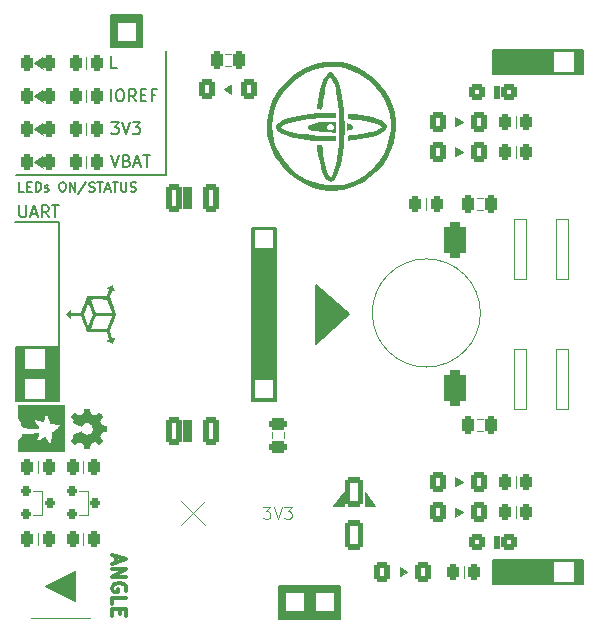
<source format=gbr>
%TF.GenerationSoftware,KiCad,Pcbnew,7.0.1*%
%TF.CreationDate,2023-05-06T15:11:30-03:00*%
%TF.ProjectId,Self_Balancing,53656c66-5f42-4616-9c61-6e63696e672e,rev?*%
%TF.SameCoordinates,Original*%
%TF.FileFunction,Legend,Top*%
%TF.FilePolarity,Positive*%
%FSLAX46Y46*%
G04 Gerber Fmt 4.6, Leading zero omitted, Abs format (unit mm)*
G04 Created by KiCad (PCBNEW 7.0.1) date 2023-05-06 15:11:30*
%MOMM*%
%LPD*%
G01*
G04 APERTURE LIST*
G04 Aperture macros list*
%AMRoundRect*
0 Rectangle with rounded corners*
0 $1 Rounding radius*
0 $2 $3 $4 $5 $6 $7 $8 $9 X,Y pos of 4 corners*
0 Add a 4 corners polygon primitive as box body*
4,1,4,$2,$3,$4,$5,$6,$7,$8,$9,$2,$3,0*
0 Add four circle primitives for the rounded corners*
1,1,$1+$1,$2,$3*
1,1,$1+$1,$4,$5*
1,1,$1+$1,$6,$7*
1,1,$1+$1,$8,$9*
0 Add four rect primitives between the rounded corners*
20,1,$1+$1,$2,$3,$4,$5,0*
20,1,$1+$1,$4,$5,$6,$7,0*
20,1,$1+$1,$6,$7,$8,$9,0*
20,1,$1+$1,$8,$9,$2,$3,0*%
G04 Aperture macros list end*
%ADD10C,0.150000*%
%ADD11C,0.200000*%
%ADD12C,0.300000*%
%ADD13C,0.100000*%
%ADD14C,0.120000*%
%ADD15RoundRect,0.250000X0.262500X0.450000X-0.262500X0.450000X-0.262500X-0.450000X0.262500X-0.450000X0*%
%ADD16RoundRect,0.250000X-0.400000X-0.600000X0.400000X-0.600000X0.400000X0.600000X-0.400000X0.600000X0*%
%ADD17C,1.600000*%
%ADD18R,1.600000X1.600000*%
%ADD19RoundRect,0.250000X-0.262500X-0.450000X0.262500X-0.450000X0.262500X0.450000X-0.262500X0.450000X0*%
%ADD20RoundRect,0.200000X-0.250000X-0.200000X0.250000X-0.200000X0.250000X0.200000X-0.250000X0.200000X0*%
%ADD21C,1.524000*%
%ADD22R,1.524000X1.524000*%
%ADD23RoundRect,0.250000X0.475000X-0.250000X0.475000X0.250000X-0.475000X0.250000X-0.475000X-0.250000X0*%
%ADD24O,1.700000X1.700000*%
%ADD25R,1.700000X1.700000*%
%ADD26RoundRect,0.250000X-0.412500X-0.925000X0.412500X-0.925000X0.412500X0.925000X-0.412500X0.925000X0*%
%ADD27RoundRect,0.250000X0.400000X0.600000X-0.400000X0.600000X-0.400000X-0.600000X0.400000X-0.600000X0*%
%ADD28RoundRect,0.250000X0.250000X0.475000X-0.250000X0.475000X-0.250000X-0.475000X0.250000X-0.475000X0*%
%ADD29R,2.000000X1.100000*%
%ADD30RoundRect,0.250000X0.450000X0.425000X-0.450000X0.425000X-0.450000X-0.425000X0.450000X-0.425000X0*%
%ADD31O,1.850000X3.048000*%
%ADD32RoundRect,0.462500X0.462500X-1.061500X0.462500X1.061500X-0.462500X1.061500X-0.462500X-1.061500X0*%
%ADD33RoundRect,0.250000X0.550000X-1.050000X0.550000X1.050000X-0.550000X1.050000X-0.550000X-1.050000X0*%
%ADD34O,1.600000X1.600000*%
%ADD35RoundRect,0.250000X-0.250000X-0.475000X0.250000X-0.475000X0.250000X0.475000X-0.250000X0.475000X0*%
%ADD36RoundRect,0.243750X-0.243750X-0.456250X0.243750X-0.456250X0.243750X0.456250X-0.243750X0.456250X0*%
%ADD37R,3.000000X3.342000*%
%ADD38R,3.000000X3.469000*%
%ADD39R,1.500000X2.000000*%
%ADD40R,3.800000X2.000000*%
G04 APERTURE END LIST*
D10*
X138350000Y-77200000D02*
X140950000Y-77200000D01*
X140950000Y-79900000D01*
X138350000Y-79900000D01*
X138350000Y-77200000D01*
G36*
X138350000Y-77200000D02*
G01*
X140950000Y-77200000D01*
X140950000Y-79900000D01*
X138350000Y-79900000D01*
X138350000Y-77200000D01*
G37*
D11*
X143000000Y-90750000D02*
X130300000Y-90750000D01*
D10*
X158500000Y-102500000D02*
X155700000Y-105000000D01*
X155700000Y-100000000D01*
X158500000Y-102500000D01*
G36*
X158500000Y-102500000D02*
G01*
X155700000Y-105000000D01*
X155700000Y-100000000D01*
X158500000Y-102500000D01*
G37*
D11*
X143000000Y-80250000D02*
X143000000Y-90750000D01*
D10*
X152600000Y-125550000D02*
X157750000Y-125550000D01*
X157750000Y-128300000D01*
X152600000Y-128300000D01*
X152600000Y-125550000D01*
G36*
X152600000Y-125550000D02*
G01*
X157750000Y-125550000D01*
X157750000Y-128300000D01*
X152600000Y-128300000D01*
X152600000Y-125550000D01*
G37*
X130300000Y-105249200D02*
X133962800Y-105249200D01*
X133962800Y-109875400D01*
X130300000Y-109875400D01*
X130300000Y-105249200D01*
G36*
X130300000Y-105249200D02*
G01*
X133962800Y-105249200D01*
X133962800Y-109875400D01*
X130300000Y-109875400D01*
X130300000Y-105249200D01*
G37*
X170649000Y-123300000D02*
X178300000Y-123300000D01*
X178300000Y-125350000D01*
X170649000Y-125350000D01*
X170649000Y-123300000D01*
G36*
X170649000Y-123300000D02*
G01*
X178300000Y-123300000D01*
X178300000Y-125350000D01*
X170649000Y-125350000D01*
X170649000Y-123300000D01*
G37*
D11*
X133950000Y-109850000D02*
X133950000Y-94700000D01*
D10*
X170649000Y-80125000D02*
X178300000Y-80125000D01*
X178300000Y-82175000D01*
X170649000Y-82175000D01*
X170649000Y-80125000D01*
G36*
X170649000Y-80125000D02*
G01*
X178300000Y-80125000D01*
X178300000Y-82175000D01*
X170649000Y-82175000D01*
X170649000Y-80125000D01*
G37*
X150300000Y-95200000D02*
X152300000Y-95200000D01*
X152300000Y-109850000D01*
X150300000Y-109850000D01*
X150300000Y-95200000D01*
G36*
X150300000Y-95200000D02*
G01*
X152300000Y-95200000D01*
X152300000Y-109850000D01*
X150300000Y-109850000D01*
X150300000Y-95200000D01*
G37*
D11*
X130250000Y-94700000D02*
X133950000Y-94700000D01*
D12*
X138787714Y-122957143D02*
X138787714Y-123528572D01*
X138444857Y-122842857D02*
X139644857Y-123242857D01*
X139644857Y-123242857D02*
X138444857Y-123642857D01*
X138444857Y-124042857D02*
X139644857Y-124042857D01*
X139644857Y-124042857D02*
X138444857Y-124728571D01*
X138444857Y-124728571D02*
X139644857Y-124728571D01*
X139587714Y-125928571D02*
X139644857Y-125814286D01*
X139644857Y-125814286D02*
X139644857Y-125642857D01*
X139644857Y-125642857D02*
X139587714Y-125471428D01*
X139587714Y-125471428D02*
X139473428Y-125357143D01*
X139473428Y-125357143D02*
X139359142Y-125300000D01*
X139359142Y-125300000D02*
X139130571Y-125242857D01*
X139130571Y-125242857D02*
X138959142Y-125242857D01*
X138959142Y-125242857D02*
X138730571Y-125300000D01*
X138730571Y-125300000D02*
X138616285Y-125357143D01*
X138616285Y-125357143D02*
X138502000Y-125471428D01*
X138502000Y-125471428D02*
X138444857Y-125642857D01*
X138444857Y-125642857D02*
X138444857Y-125757143D01*
X138444857Y-125757143D02*
X138502000Y-125928571D01*
X138502000Y-125928571D02*
X138559142Y-125985714D01*
X138559142Y-125985714D02*
X138959142Y-125985714D01*
X138959142Y-125985714D02*
X138959142Y-125757143D01*
X138444857Y-127071428D02*
X138444857Y-126500000D01*
X138444857Y-126500000D02*
X139644857Y-126500000D01*
X139073428Y-127471429D02*
X139073428Y-127871429D01*
X138444857Y-128042857D02*
X138444857Y-127471429D01*
X138444857Y-127471429D02*
X139644857Y-127471429D01*
X139644857Y-127471429D02*
X139644857Y-128042857D01*
D11*
X130966666Y-92114895D02*
X130585714Y-92114895D01*
X130585714Y-92114895D02*
X130585714Y-91314895D01*
X131233333Y-91695847D02*
X131499999Y-91695847D01*
X131614285Y-92114895D02*
X131233333Y-92114895D01*
X131233333Y-92114895D02*
X131233333Y-91314895D01*
X131233333Y-91314895D02*
X131614285Y-91314895D01*
X131957143Y-92114895D02*
X131957143Y-91314895D01*
X131957143Y-91314895D02*
X132147619Y-91314895D01*
X132147619Y-91314895D02*
X132261905Y-91352990D01*
X132261905Y-91352990D02*
X132338095Y-91429180D01*
X132338095Y-91429180D02*
X132376190Y-91505371D01*
X132376190Y-91505371D02*
X132414286Y-91657752D01*
X132414286Y-91657752D02*
X132414286Y-91772038D01*
X132414286Y-91772038D02*
X132376190Y-91924419D01*
X132376190Y-91924419D02*
X132338095Y-92000609D01*
X132338095Y-92000609D02*
X132261905Y-92076800D01*
X132261905Y-92076800D02*
X132147619Y-92114895D01*
X132147619Y-92114895D02*
X131957143Y-92114895D01*
X132719047Y-92076800D02*
X132795238Y-92114895D01*
X132795238Y-92114895D02*
X132947619Y-92114895D01*
X132947619Y-92114895D02*
X133023809Y-92076800D01*
X133023809Y-92076800D02*
X133061905Y-92000609D01*
X133061905Y-92000609D02*
X133061905Y-91962514D01*
X133061905Y-91962514D02*
X133023809Y-91886323D01*
X133023809Y-91886323D02*
X132947619Y-91848228D01*
X132947619Y-91848228D02*
X132833333Y-91848228D01*
X132833333Y-91848228D02*
X132757143Y-91810133D01*
X132757143Y-91810133D02*
X132719047Y-91733942D01*
X132719047Y-91733942D02*
X132719047Y-91695847D01*
X132719047Y-91695847D02*
X132757143Y-91619657D01*
X132757143Y-91619657D02*
X132833333Y-91581561D01*
X132833333Y-91581561D02*
X132947619Y-91581561D01*
X132947619Y-91581561D02*
X133023809Y-91619657D01*
X134166667Y-91314895D02*
X134319048Y-91314895D01*
X134319048Y-91314895D02*
X134395238Y-91352990D01*
X134395238Y-91352990D02*
X134471429Y-91429180D01*
X134471429Y-91429180D02*
X134509524Y-91581561D01*
X134509524Y-91581561D02*
X134509524Y-91848228D01*
X134509524Y-91848228D02*
X134471429Y-92000609D01*
X134471429Y-92000609D02*
X134395238Y-92076800D01*
X134395238Y-92076800D02*
X134319048Y-92114895D01*
X134319048Y-92114895D02*
X134166667Y-92114895D01*
X134166667Y-92114895D02*
X134090476Y-92076800D01*
X134090476Y-92076800D02*
X134014286Y-92000609D01*
X134014286Y-92000609D02*
X133976190Y-91848228D01*
X133976190Y-91848228D02*
X133976190Y-91581561D01*
X133976190Y-91581561D02*
X134014286Y-91429180D01*
X134014286Y-91429180D02*
X134090476Y-91352990D01*
X134090476Y-91352990D02*
X134166667Y-91314895D01*
X134852381Y-92114895D02*
X134852381Y-91314895D01*
X134852381Y-91314895D02*
X135309524Y-92114895D01*
X135309524Y-92114895D02*
X135309524Y-91314895D01*
X136261904Y-91276800D02*
X135576190Y-92305371D01*
X136490475Y-92076800D02*
X136604761Y-92114895D01*
X136604761Y-92114895D02*
X136795237Y-92114895D01*
X136795237Y-92114895D02*
X136871428Y-92076800D01*
X136871428Y-92076800D02*
X136909523Y-92038704D01*
X136909523Y-92038704D02*
X136947618Y-91962514D01*
X136947618Y-91962514D02*
X136947618Y-91886323D01*
X136947618Y-91886323D02*
X136909523Y-91810133D01*
X136909523Y-91810133D02*
X136871428Y-91772038D01*
X136871428Y-91772038D02*
X136795237Y-91733942D01*
X136795237Y-91733942D02*
X136642856Y-91695847D01*
X136642856Y-91695847D02*
X136566666Y-91657752D01*
X136566666Y-91657752D02*
X136528571Y-91619657D01*
X136528571Y-91619657D02*
X136490475Y-91543466D01*
X136490475Y-91543466D02*
X136490475Y-91467276D01*
X136490475Y-91467276D02*
X136528571Y-91391085D01*
X136528571Y-91391085D02*
X136566666Y-91352990D01*
X136566666Y-91352990D02*
X136642856Y-91314895D01*
X136642856Y-91314895D02*
X136833333Y-91314895D01*
X136833333Y-91314895D02*
X136947618Y-91352990D01*
X137176190Y-91314895D02*
X137633333Y-91314895D01*
X137404761Y-92114895D02*
X137404761Y-91314895D01*
X137861904Y-91886323D02*
X138242857Y-91886323D01*
X137785714Y-92114895D02*
X138052381Y-91314895D01*
X138052381Y-91314895D02*
X138319047Y-92114895D01*
X138471428Y-91314895D02*
X138928571Y-91314895D01*
X138699999Y-92114895D02*
X138699999Y-91314895D01*
X139195238Y-91314895D02*
X139195238Y-91962514D01*
X139195238Y-91962514D02*
X139233333Y-92038704D01*
X139233333Y-92038704D02*
X139271428Y-92076800D01*
X139271428Y-92076800D02*
X139347619Y-92114895D01*
X139347619Y-92114895D02*
X139500000Y-92114895D01*
X139500000Y-92114895D02*
X139576190Y-92076800D01*
X139576190Y-92076800D02*
X139614285Y-92038704D01*
X139614285Y-92038704D02*
X139652381Y-91962514D01*
X139652381Y-91962514D02*
X139652381Y-91314895D01*
X139995237Y-92076800D02*
X140109523Y-92114895D01*
X140109523Y-92114895D02*
X140299999Y-92114895D01*
X140299999Y-92114895D02*
X140376190Y-92076800D01*
X140376190Y-92076800D02*
X140414285Y-92038704D01*
X140414285Y-92038704D02*
X140452380Y-91962514D01*
X140452380Y-91962514D02*
X140452380Y-91886323D01*
X140452380Y-91886323D02*
X140414285Y-91810133D01*
X140414285Y-91810133D02*
X140376190Y-91772038D01*
X140376190Y-91772038D02*
X140299999Y-91733942D01*
X140299999Y-91733942D02*
X140147618Y-91695847D01*
X140147618Y-91695847D02*
X140071428Y-91657752D01*
X140071428Y-91657752D02*
X140033333Y-91619657D01*
X140033333Y-91619657D02*
X139995237Y-91543466D01*
X139995237Y-91543466D02*
X139995237Y-91467276D01*
X139995237Y-91467276D02*
X140033333Y-91391085D01*
X140033333Y-91391085D02*
X140071428Y-91352990D01*
X140071428Y-91352990D02*
X140147618Y-91314895D01*
X140147618Y-91314895D02*
X140338095Y-91314895D01*
X140338095Y-91314895D02*
X140452380Y-91352990D01*
X138361905Y-86262619D02*
X138980952Y-86262619D01*
X138980952Y-86262619D02*
X138647619Y-86643571D01*
X138647619Y-86643571D02*
X138790476Y-86643571D01*
X138790476Y-86643571D02*
X138885714Y-86691190D01*
X138885714Y-86691190D02*
X138933333Y-86738809D01*
X138933333Y-86738809D02*
X138980952Y-86834047D01*
X138980952Y-86834047D02*
X138980952Y-87072142D01*
X138980952Y-87072142D02*
X138933333Y-87167380D01*
X138933333Y-87167380D02*
X138885714Y-87215000D01*
X138885714Y-87215000D02*
X138790476Y-87262619D01*
X138790476Y-87262619D02*
X138504762Y-87262619D01*
X138504762Y-87262619D02*
X138409524Y-87215000D01*
X138409524Y-87215000D02*
X138361905Y-87167380D01*
X139266667Y-86262619D02*
X139600000Y-87262619D01*
X139600000Y-87262619D02*
X139933333Y-86262619D01*
X140171429Y-86262619D02*
X140790476Y-86262619D01*
X140790476Y-86262619D02*
X140457143Y-86643571D01*
X140457143Y-86643571D02*
X140600000Y-86643571D01*
X140600000Y-86643571D02*
X140695238Y-86691190D01*
X140695238Y-86691190D02*
X140742857Y-86738809D01*
X140742857Y-86738809D02*
X140790476Y-86834047D01*
X140790476Y-86834047D02*
X140790476Y-87072142D01*
X140790476Y-87072142D02*
X140742857Y-87167380D01*
X140742857Y-87167380D02*
X140695238Y-87215000D01*
X140695238Y-87215000D02*
X140600000Y-87262619D01*
X140600000Y-87262619D02*
X140314286Y-87262619D01*
X140314286Y-87262619D02*
X140219048Y-87215000D01*
X140219048Y-87215000D02*
X140171429Y-87167380D01*
X138809523Y-81662619D02*
X138333333Y-81662619D01*
X138333333Y-81662619D02*
X138333333Y-80662619D01*
X138345238Y-84462619D02*
X138345238Y-83462619D01*
X139011904Y-83462619D02*
X139202380Y-83462619D01*
X139202380Y-83462619D02*
X139297618Y-83510238D01*
X139297618Y-83510238D02*
X139392856Y-83605476D01*
X139392856Y-83605476D02*
X139440475Y-83795952D01*
X139440475Y-83795952D02*
X139440475Y-84129285D01*
X139440475Y-84129285D02*
X139392856Y-84319761D01*
X139392856Y-84319761D02*
X139297618Y-84415000D01*
X139297618Y-84415000D02*
X139202380Y-84462619D01*
X139202380Y-84462619D02*
X139011904Y-84462619D01*
X139011904Y-84462619D02*
X138916666Y-84415000D01*
X138916666Y-84415000D02*
X138821428Y-84319761D01*
X138821428Y-84319761D02*
X138773809Y-84129285D01*
X138773809Y-84129285D02*
X138773809Y-83795952D01*
X138773809Y-83795952D02*
X138821428Y-83605476D01*
X138821428Y-83605476D02*
X138916666Y-83510238D01*
X138916666Y-83510238D02*
X139011904Y-83462619D01*
X140440475Y-84462619D02*
X140107142Y-83986428D01*
X139869047Y-84462619D02*
X139869047Y-83462619D01*
X139869047Y-83462619D02*
X140249999Y-83462619D01*
X140249999Y-83462619D02*
X140345237Y-83510238D01*
X140345237Y-83510238D02*
X140392856Y-83557857D01*
X140392856Y-83557857D02*
X140440475Y-83653095D01*
X140440475Y-83653095D02*
X140440475Y-83795952D01*
X140440475Y-83795952D02*
X140392856Y-83891190D01*
X140392856Y-83891190D02*
X140345237Y-83938809D01*
X140345237Y-83938809D02*
X140249999Y-83986428D01*
X140249999Y-83986428D02*
X139869047Y-83986428D01*
X140869047Y-83938809D02*
X141202380Y-83938809D01*
X141345237Y-84462619D02*
X140869047Y-84462619D01*
X140869047Y-84462619D02*
X140869047Y-83462619D01*
X140869047Y-83462619D02*
X141345237Y-83462619D01*
X142107142Y-83938809D02*
X141773809Y-83938809D01*
X141773809Y-84462619D02*
X141773809Y-83462619D01*
X141773809Y-83462619D02*
X142249999Y-83462619D01*
X138357143Y-89012619D02*
X138690476Y-90012619D01*
X138690476Y-90012619D02*
X139023809Y-89012619D01*
X139690476Y-89488809D02*
X139833333Y-89536428D01*
X139833333Y-89536428D02*
X139880952Y-89584047D01*
X139880952Y-89584047D02*
X139928571Y-89679285D01*
X139928571Y-89679285D02*
X139928571Y-89822142D01*
X139928571Y-89822142D02*
X139880952Y-89917380D01*
X139880952Y-89917380D02*
X139833333Y-89965000D01*
X139833333Y-89965000D02*
X139738095Y-90012619D01*
X139738095Y-90012619D02*
X139357143Y-90012619D01*
X139357143Y-90012619D02*
X139357143Y-89012619D01*
X139357143Y-89012619D02*
X139690476Y-89012619D01*
X139690476Y-89012619D02*
X139785714Y-89060238D01*
X139785714Y-89060238D02*
X139833333Y-89107857D01*
X139833333Y-89107857D02*
X139880952Y-89203095D01*
X139880952Y-89203095D02*
X139880952Y-89298333D01*
X139880952Y-89298333D02*
X139833333Y-89393571D01*
X139833333Y-89393571D02*
X139785714Y-89441190D01*
X139785714Y-89441190D02*
X139690476Y-89488809D01*
X139690476Y-89488809D02*
X139357143Y-89488809D01*
X140309524Y-89726904D02*
X140785714Y-89726904D01*
X140214286Y-90012619D02*
X140547619Y-89012619D01*
X140547619Y-89012619D02*
X140880952Y-90012619D01*
X141071429Y-89012619D02*
X141642857Y-89012619D01*
X141357143Y-90012619D02*
X141357143Y-89012619D01*
X130588095Y-93290219D02*
X130588095Y-94099742D01*
X130588095Y-94099742D02*
X130635714Y-94194980D01*
X130635714Y-94194980D02*
X130683333Y-94242600D01*
X130683333Y-94242600D02*
X130778571Y-94290219D01*
X130778571Y-94290219D02*
X130969047Y-94290219D01*
X130969047Y-94290219D02*
X131064285Y-94242600D01*
X131064285Y-94242600D02*
X131111904Y-94194980D01*
X131111904Y-94194980D02*
X131159523Y-94099742D01*
X131159523Y-94099742D02*
X131159523Y-93290219D01*
X131588095Y-94004504D02*
X132064285Y-94004504D01*
X131492857Y-94290219D02*
X131826190Y-93290219D01*
X131826190Y-93290219D02*
X132159523Y-94290219D01*
X133064285Y-94290219D02*
X132730952Y-93814028D01*
X132492857Y-94290219D02*
X132492857Y-93290219D01*
X132492857Y-93290219D02*
X132873809Y-93290219D01*
X132873809Y-93290219D02*
X132969047Y-93337838D01*
X132969047Y-93337838D02*
X133016666Y-93385457D01*
X133016666Y-93385457D02*
X133064285Y-93480695D01*
X133064285Y-93480695D02*
X133064285Y-93623552D01*
X133064285Y-93623552D02*
X133016666Y-93718790D01*
X133016666Y-93718790D02*
X132969047Y-93766409D01*
X132969047Y-93766409D02*
X132873809Y-93814028D01*
X132873809Y-93814028D02*
X132492857Y-93814028D01*
X133350000Y-93290219D02*
X133921428Y-93290219D01*
X133635714Y-94290219D02*
X133635714Y-93290219D01*
D13*
%TO.C,U1*%
X151211905Y-118812619D02*
X151830952Y-118812619D01*
X151830952Y-118812619D02*
X151497619Y-119193571D01*
X151497619Y-119193571D02*
X151640476Y-119193571D01*
X151640476Y-119193571D02*
X151735714Y-119241190D01*
X151735714Y-119241190D02*
X151783333Y-119288809D01*
X151783333Y-119288809D02*
X151830952Y-119384047D01*
X151830952Y-119384047D02*
X151830952Y-119622142D01*
X151830952Y-119622142D02*
X151783333Y-119717380D01*
X151783333Y-119717380D02*
X151735714Y-119765000D01*
X151735714Y-119765000D02*
X151640476Y-119812619D01*
X151640476Y-119812619D02*
X151354762Y-119812619D01*
X151354762Y-119812619D02*
X151259524Y-119765000D01*
X151259524Y-119765000D02*
X151211905Y-119717380D01*
X152116667Y-118812619D02*
X152450000Y-119812619D01*
X152450000Y-119812619D02*
X152783333Y-118812619D01*
X153021429Y-118812619D02*
X153640476Y-118812619D01*
X153640476Y-118812619D02*
X153307143Y-119193571D01*
X153307143Y-119193571D02*
X153450000Y-119193571D01*
X153450000Y-119193571D02*
X153545238Y-119241190D01*
X153545238Y-119241190D02*
X153592857Y-119288809D01*
X153592857Y-119288809D02*
X153640476Y-119384047D01*
X153640476Y-119384047D02*
X153640476Y-119622142D01*
X153640476Y-119622142D02*
X153592857Y-119717380D01*
X153592857Y-119717380D02*
X153545238Y-119765000D01*
X153545238Y-119765000D02*
X153450000Y-119812619D01*
X153450000Y-119812619D02*
X153164286Y-119812619D01*
X153164286Y-119812619D02*
X153069048Y-119765000D01*
X153069048Y-119765000D02*
X153021429Y-119717380D01*
%TO.C,R19*%
X136000000Y-115908000D02*
X136000000Y-114892000D01*
%TO.C,D2*%
X148504000Y-83831000D02*
X147869000Y-83450000D01*
X148504000Y-83069000D01*
X148504000Y-83831000D01*
G36*
X148504000Y-83831000D02*
G01*
X147869000Y-83450000D01*
X148504000Y-83069000D01*
X148504000Y-83831000D01*
G37*
%TO.C,R2*%
X172492000Y-99540000D02*
X173508000Y-99540000D01*
X173508000Y-99540000D02*
X173508000Y-94460000D01*
X173508000Y-94460000D02*
X172492000Y-94460000D01*
X172492000Y-94460000D02*
X172492000Y-99540000D01*
%TO.C,R16*%
X172600000Y-85692000D02*
X172600000Y-86708000D01*
%TO.C,Q1*%
X131769000Y-117434000D02*
X132531000Y-117434000D01*
X132531000Y-117434000D02*
X132531000Y-119466000D01*
X132531000Y-119466000D02*
X131769000Y-119466000D01*
%TO.C,R9*%
X165000000Y-93708000D02*
X165000000Y-92692000D01*
D14*
%TO.C,C5*%
X151942000Y-113011252D02*
X151942000Y-112488748D01*
X152958000Y-113011252D02*
X152958000Y-112488748D01*
D13*
%TO.C,C12*%
X144475500Y-91761000D02*
X145110500Y-91761000D01*
X145110500Y-91761000D02*
X145110500Y-93539000D01*
X145110500Y-93539000D02*
X144475500Y-93539000D01*
X144475500Y-93539000D02*
X144475500Y-91761000D01*
G36*
X144475500Y-91761000D02*
G01*
X145110500Y-91761000D01*
X145110500Y-93539000D01*
X144475500Y-93539000D01*
X144475500Y-91761000D01*
G37*
%TO.C,G\u002A\u002A\u002A*%
G36*
X158381564Y-86345200D02*
G01*
X158489187Y-86383265D01*
X158574024Y-86415490D01*
X158757981Y-86504694D01*
X158855736Y-86594853D01*
X158867290Y-86685007D01*
X158792647Y-86774197D01*
X158631811Y-86861461D01*
X158572582Y-86884951D01*
X158441729Y-86932746D01*
X158346955Y-86965190D01*
X158313663Y-86974363D01*
X158304129Y-86934757D01*
X158297076Y-86829989D01*
X158293805Y-86681139D01*
X158293718Y-86650934D01*
X158297673Y-86496677D01*
X158308136Y-86382991D01*
X158323003Y-86330775D01*
X158326061Y-86329521D01*
X158381564Y-86345200D01*
G37*
G36*
X157387336Y-86612803D02*
G01*
X157388116Y-86686300D01*
X157388116Y-87116969D01*
X156687352Y-87089033D01*
X156201701Y-87059537D01*
X155794673Y-87013068D01*
X155467609Y-86949932D01*
X155221853Y-86870432D01*
X155058749Y-86774871D01*
X155001436Y-86709546D01*
X156637962Y-86709546D01*
X156695311Y-86839933D01*
X156758493Y-86898236D01*
X156866114Y-86929009D01*
X157001170Y-86919637D01*
X157117421Y-86874811D01*
X157136757Y-86859870D01*
X157199713Y-86751448D01*
X157210756Y-86612803D01*
X157169170Y-86483118D01*
X157144250Y-86449491D01*
X157040447Y-86389311D01*
X156904084Y-86372707D01*
X156776425Y-86401053D01*
X156725600Y-86435570D01*
X156647391Y-86565383D01*
X156637962Y-86709546D01*
X155001436Y-86709546D01*
X154999521Y-86707363D01*
X154987704Y-86618138D01*
X155056996Y-86530419D01*
X155202269Y-86446883D01*
X155418392Y-86370208D01*
X155700236Y-86303071D01*
X155814092Y-86282214D01*
X155958960Y-86262973D01*
X156149785Y-86245384D01*
X156369717Y-86230112D01*
X156601905Y-86217817D01*
X156829497Y-86209164D01*
X157035643Y-86204813D01*
X157203492Y-86205429D01*
X157316193Y-86211673D01*
X157355773Y-86221596D01*
X157369468Y-86276770D01*
X157380289Y-86397939D01*
X157386828Y-86564865D01*
X157387336Y-86612803D01*
G37*
G36*
X158560989Y-85513817D02*
G01*
X158678019Y-85521752D01*
X158843154Y-85536877D01*
X159005263Y-85554205D01*
X159556974Y-85629638D01*
X160053536Y-85721756D01*
X160491729Y-85828800D01*
X160868332Y-85949008D01*
X161180124Y-86080622D01*
X161423885Y-86221882D01*
X161596394Y-86371026D01*
X161694430Y-86526297D01*
X161714772Y-86685932D01*
X161654201Y-86848173D01*
X161568981Y-86955157D01*
X161379145Y-87105464D01*
X161112341Y-87248321D01*
X160777719Y-87381062D01*
X160384426Y-87501019D01*
X159941612Y-87605523D01*
X159458424Y-87691906D01*
X158944011Y-87757501D01*
X158757301Y-87775138D01*
X158423090Y-87803851D01*
X158423090Y-87587779D01*
X158431795Y-87445628D01*
X158470175Y-87364658D01*
X158556633Y-87328089D01*
X158709569Y-87319143D01*
X158717704Y-87319121D01*
X158865820Y-87310509D01*
X159077871Y-87287162D01*
X159333438Y-87252325D01*
X159612104Y-87209248D01*
X159893451Y-87161175D01*
X160157060Y-87111356D01*
X160382514Y-87063036D01*
X160481658Y-87038592D01*
X160802462Y-86944034D01*
X161037598Y-86851907D01*
X161187599Y-86761831D01*
X161253002Y-86673430D01*
X161234338Y-86586326D01*
X161188446Y-86538844D01*
X161043967Y-86453646D01*
X160825039Y-86367302D01*
X160543372Y-86282621D01*
X160210673Y-86202414D01*
X159838652Y-86129488D01*
X159439016Y-86066654D01*
X159023475Y-86016720D01*
X159004246Y-86014788D01*
X158444652Y-85959032D01*
X158431617Y-85733591D01*
X158418583Y-85508150D01*
X158560989Y-85513817D01*
G37*
G36*
X157388116Y-85674326D02*
G01*
X157388116Y-85896265D01*
X156895621Y-85896265D01*
X156420324Y-85903890D01*
X155942831Y-85925821D01*
X155470917Y-85960638D01*
X155012362Y-86006924D01*
X154574941Y-86063260D01*
X154166434Y-86128229D01*
X153794618Y-86200412D01*
X153467269Y-86278390D01*
X153192167Y-86360747D01*
X152977087Y-86446063D01*
X152829809Y-86532920D01*
X152758109Y-86619901D01*
X152752292Y-86651775D01*
X152792732Y-86725284D01*
X152906179Y-86808561D01*
X153080822Y-86895726D01*
X153304852Y-86980899D01*
X153566460Y-87058201D01*
X153570795Y-87059318D01*
X153925159Y-87137620D01*
X154347066Y-87209544D01*
X154817926Y-87273136D01*
X155319149Y-87326439D01*
X155832144Y-87367499D01*
X156338320Y-87394362D01*
X156819086Y-87405072D01*
X156859847Y-87405176D01*
X157388116Y-87405603D01*
X157388116Y-87621223D01*
X157388116Y-87836842D01*
X156665790Y-87836397D01*
X156058488Y-87824365D01*
X155474496Y-87790081D01*
X154919986Y-87735125D01*
X154401135Y-87661075D01*
X153924117Y-87569510D01*
X153495107Y-87462010D01*
X153120280Y-87340153D01*
X152805811Y-87205519D01*
X152557875Y-87059687D01*
X152382646Y-86904236D01*
X152286301Y-86740744D01*
X152278764Y-86714540D01*
X152286572Y-86572841D01*
X152372970Y-86425114D01*
X152531069Y-86276793D01*
X152753975Y-86133310D01*
X153034797Y-86000098D01*
X153312903Y-85899314D01*
X153748780Y-85774573D01*
X154203128Y-85674014D01*
X154689697Y-85595743D01*
X155222236Y-85537862D01*
X155814492Y-85498474D01*
X156363922Y-85478400D01*
X157388116Y-85452387D01*
X157388116Y-85674326D01*
G37*
G36*
X157024947Y-82026498D02*
G01*
X157110958Y-82071297D01*
X157210327Y-82165460D01*
X157253667Y-82213636D01*
X157417082Y-82448530D01*
X157565700Y-82760235D01*
X157698639Y-83140446D01*
X157815013Y-83580856D01*
X157913940Y-84073158D01*
X157994536Y-84609046D01*
X158055916Y-85180213D01*
X158097198Y-85778353D01*
X158117498Y-86395158D01*
X158115932Y-87022324D01*
X158091616Y-87651543D01*
X158043666Y-88274508D01*
X157971199Y-88882913D01*
X157966607Y-88914941D01*
X157884986Y-89394772D01*
X157785947Y-89834742D01*
X157672246Y-90228511D01*
X157546638Y-90569744D01*
X157411882Y-90852103D01*
X157270732Y-91069252D01*
X157125946Y-91214854D01*
X156980279Y-91282570D01*
X156934958Y-91286757D01*
X156781085Y-91253207D01*
X156637380Y-91148934D01*
X156498158Y-90968508D01*
X156383064Y-90759328D01*
X156241865Y-90421335D01*
X156111906Y-90010860D01*
X155996427Y-89541301D01*
X155898674Y-89026051D01*
X155821887Y-88478507D01*
X155813899Y-88408234D01*
X155784061Y-88138710D01*
X156001961Y-88138710D01*
X156079193Y-88136317D01*
X156136564Y-88136498D01*
X156178506Y-88150295D01*
X156209446Y-88188748D01*
X156233814Y-88262899D01*
X156256040Y-88383789D01*
X156280554Y-88562459D01*
X156311785Y-88809950D01*
X156330673Y-88958065D01*
X156392638Y-89375217D01*
X156465489Y-89757763D01*
X156546600Y-90096805D01*
X156633349Y-90383447D01*
X156723109Y-90608792D01*
X156813257Y-90763942D01*
X156883220Y-90831148D01*
X156962763Y-90839586D01*
X157044037Y-90769230D01*
X157128641Y-90617813D01*
X157218175Y-90383071D01*
X157234170Y-90334189D01*
X157361249Y-89865415D01*
X157466738Y-89326408D01*
X157550247Y-88730538D01*
X157611384Y-88091174D01*
X157649759Y-87421687D01*
X157664981Y-86735445D01*
X157656659Y-86045819D01*
X157624401Y-85366177D01*
X157567817Y-84709890D01*
X157486515Y-84090327D01*
X157426808Y-83747488D01*
X157349737Y-83389730D01*
X157266333Y-83079430D01*
X157179506Y-82823701D01*
X157092166Y-82629654D01*
X157007223Y-82504403D01*
X156927587Y-82455060D01*
X156899135Y-82457752D01*
X156821305Y-82522868D01*
X156738571Y-82663993D01*
X156653911Y-82871251D01*
X156570301Y-83134762D01*
X156490719Y-83444651D01*
X156418142Y-83791039D01*
X156355547Y-84164048D01*
X156330673Y-84343803D01*
X156294571Y-84628634D01*
X156267334Y-84839285D01*
X156244587Y-84986799D01*
X156221955Y-85082223D01*
X156195065Y-85136602D01*
X156159544Y-85160981D01*
X156111016Y-85166404D01*
X156045108Y-85163918D01*
X156006195Y-85163158D01*
X155920026Y-85164019D01*
X155858670Y-85158661D01*
X155820017Y-85135170D01*
X155801953Y-85081634D01*
X155802366Y-84986140D01*
X155819144Y-84836774D01*
X155850175Y-84621624D01*
X155877500Y-84437373D01*
X155965865Y-83918947D01*
X156069843Y-83452572D01*
X156187361Y-83043043D01*
X156316343Y-82695153D01*
X156454714Y-82413697D01*
X156600399Y-82203467D01*
X156751323Y-82069259D01*
X156905412Y-82015866D01*
X156925960Y-82015110D01*
X157024947Y-82026498D01*
G37*
G36*
X162456084Y-86299705D02*
G01*
X162468722Y-86741812D01*
X162410628Y-87370766D01*
X162276369Y-87992286D01*
X162065890Y-88600279D01*
X161779135Y-89188655D01*
X161416048Y-89751324D01*
X160976576Y-90282196D01*
X160818257Y-90445905D01*
X160302153Y-90906632D01*
X159756466Y-91287990D01*
X159173945Y-91593917D01*
X158547338Y-91828349D01*
X158021678Y-91964459D01*
X157732954Y-92008674D01*
X157388909Y-92033778D01*
X157018309Y-92039853D01*
X156649917Y-92026983D01*
X156312499Y-91995249D01*
X156096144Y-91958923D01*
X155409853Y-91769414D01*
X154759988Y-91502123D01*
X154149859Y-91158909D01*
X153582777Y-90741627D01*
X153072508Y-90263165D01*
X152618250Y-89728448D01*
X152240736Y-89162745D01*
X151941628Y-88570310D01*
X151722584Y-87955398D01*
X151585265Y-87322263D01*
X151531330Y-86675161D01*
X151532909Y-86580773D01*
X151978988Y-86580773D01*
X152020276Y-87192235D01*
X152140825Y-87794495D01*
X152339324Y-88380940D01*
X152614462Y-88944957D01*
X152964927Y-89479934D01*
X153376417Y-89965703D01*
X153861376Y-90416027D01*
X154384660Y-90795701D01*
X154939414Y-91103400D01*
X155518784Y-91337799D01*
X156115917Y-91497571D01*
X156723957Y-91581392D01*
X157336052Y-91587935D01*
X157945346Y-91515875D01*
X158544987Y-91363887D01*
X159128119Y-91130646D01*
X159205060Y-91092933D01*
X159748234Y-90775192D01*
X160250901Y-90390410D01*
X160704677Y-89948056D01*
X161101179Y-89457601D01*
X161432025Y-88928513D01*
X161688831Y-88370263D01*
X161739617Y-88229782D01*
X161916067Y-87586801D01*
X162006985Y-86942142D01*
X162012606Y-86299705D01*
X161933160Y-85663392D01*
X161768880Y-85037103D01*
X161519999Y-84424741D01*
X161512134Y-84408489D01*
X161190530Y-83841038D01*
X160804911Y-83324454D01*
X160361985Y-82863662D01*
X159868463Y-82463589D01*
X159331054Y-82129161D01*
X158756467Y-81865305D01*
X158151413Y-81676946D01*
X157668421Y-81586381D01*
X157413907Y-81565742D01*
X157106632Y-81561632D01*
X156778226Y-81572776D01*
X156460319Y-81597897D01*
X156184540Y-81635720D01*
X156116513Y-81648978D01*
X155484459Y-81826019D01*
X154882512Y-82079201D01*
X154317717Y-82402719D01*
X153797124Y-82790765D01*
X153327777Y-83237534D01*
X152916726Y-83737220D01*
X152571017Y-84284017D01*
X152343798Y-84757306D01*
X152139438Y-85356696D01*
X152018271Y-85966723D01*
X151978988Y-86580773D01*
X151532909Y-86580773D01*
X151537145Y-86327504D01*
X151612757Y-85679033D01*
X151769692Y-85048453D01*
X152003867Y-84441632D01*
X152311197Y-83864441D01*
X152687601Y-83322749D01*
X153128994Y-82822426D01*
X153631293Y-82369342D01*
X154190415Y-81969367D01*
X154802277Y-81628369D01*
X154808166Y-81625510D01*
X155326963Y-81412737D01*
X155885485Y-81253567D01*
X156463478Y-81150943D01*
X157040691Y-81107805D01*
X157596870Y-81127094D01*
X157927165Y-81172590D01*
X158584097Y-81334834D01*
X159205736Y-81574853D01*
X159794027Y-81893661D01*
X160350915Y-82292273D01*
X160747398Y-82642538D01*
X161220912Y-83153006D01*
X161618648Y-83698673D01*
X161940551Y-84273448D01*
X162186565Y-84871239D01*
X162356635Y-85485957D01*
X162450705Y-86111512D01*
X162456084Y-86299705D01*
G37*
%TO.C,D7*%
X168131000Y-119250000D02*
X167496000Y-119631000D01*
X167496000Y-118869000D01*
X168131000Y-119250000D01*
G36*
X168131000Y-119250000D02*
G01*
X167496000Y-119631000D01*
X167496000Y-118869000D01*
X168131000Y-119250000D01*
G37*
%TO.C,D10*%
X168131000Y-88750000D02*
X167496000Y-89131000D01*
X167496000Y-88369000D01*
X168131000Y-88750000D01*
G36*
X168131000Y-88750000D02*
G01*
X167496000Y-89131000D01*
X167496000Y-88369000D01*
X168131000Y-88750000D01*
G37*
D14*
%TO.C,C2*%
X169811252Y-112358000D02*
X169288748Y-112358000D01*
X169811252Y-111342000D02*
X169288748Y-111342000D01*
%TO.C,D11*%
X136561200Y-128176000D02*
X131561200Y-128176000D01*
D13*
X135331200Y-126746000D02*
X132791200Y-125476000D01*
X135331200Y-124206000D01*
X135331200Y-126746000D01*
G36*
X135331200Y-126746000D02*
G01*
X132791200Y-125476000D01*
X135331200Y-124206000D01*
X135331200Y-126746000D01*
G37*
%TO.C,C10*%
X171158000Y-84158000D02*
X170777000Y-84158000D01*
X170777000Y-84158000D02*
X170777000Y-83142000D01*
X170777000Y-83142000D02*
X171158000Y-83142000D01*
X171158000Y-83142000D02*
X171158000Y-84158000D01*
G36*
X171158000Y-84158000D02*
G01*
X170777000Y-84158000D01*
X170777000Y-83142000D01*
X171158000Y-83142000D01*
X171158000Y-84158000D01*
G37*
D14*
%TO.C,SW1*%
X169619050Y-102390000D02*
G75*
G03*
X169619050Y-102390000I-4579050J0D01*
G01*
%TO.C,C3*%
D13*
X158061000Y-118715000D02*
X157172000Y-118715000D01*
X158061000Y-117572000D01*
X158061000Y-118715000D01*
G36*
X158061000Y-118715000D02*
G01*
X157172000Y-118715000D01*
X158061000Y-117572000D01*
X158061000Y-118715000D01*
G37*
X160728000Y-118715000D02*
X159839000Y-118715000D01*
X159839000Y-117572000D01*
X160728000Y-118715000D01*
G36*
X160728000Y-118715000D02*
G01*
X159839000Y-118715000D01*
X159839000Y-117572000D01*
X160728000Y-118715000D01*
G37*
%TO.C,G\u002A\u002A\u002A*%
G36*
X134450000Y-112200000D02*
G01*
X134450000Y-114200000D01*
X132449639Y-114200000D01*
X130449278Y-114199999D01*
X130452139Y-113712500D01*
X130455000Y-113225000D01*
X130482621Y-113178014D01*
X130503655Y-113148686D01*
X130534354Y-113113552D01*
X130568778Y-113079309D01*
X130575748Y-113073014D01*
X130659166Y-112988840D01*
X130723836Y-112900137D01*
X130770815Y-112805162D01*
X130801159Y-112702175D01*
X130801362Y-112701195D01*
X130809111Y-112667315D01*
X130816083Y-112649257D01*
X130824580Y-112643078D01*
X130834627Y-112644200D01*
X130851009Y-112646337D01*
X130883668Y-112648871D01*
X130928890Y-112651573D01*
X130982961Y-112654218D01*
X131030000Y-112656136D01*
X131230450Y-112657230D01*
X131441436Y-112646472D01*
X131657808Y-112624414D01*
X131874413Y-112591607D01*
X132086100Y-112548603D01*
X132128708Y-112538508D01*
X132176960Y-112526619D01*
X132218962Y-112515967D01*
X132250438Y-112507657D01*
X132267109Y-112502796D01*
X132267715Y-112502574D01*
X132276602Y-112506879D01*
X132279235Y-112527597D01*
X132276245Y-112562365D01*
X132268260Y-112608815D01*
X132255909Y-112664584D01*
X132239823Y-112727307D01*
X132220629Y-112794618D01*
X132198957Y-112864153D01*
X132175436Y-112933546D01*
X132150696Y-113000432D01*
X132125365Y-113062447D01*
X132109261Y-113098215D01*
X132060717Y-113201431D01*
X132092859Y-113194622D01*
X132157064Y-113176467D01*
X132233388Y-113147312D01*
X132318509Y-113108867D01*
X132409104Y-113062840D01*
X132501850Y-113010941D01*
X132593423Y-112954880D01*
X132680502Y-112896366D01*
X132700781Y-112881845D01*
X132756562Y-112841361D01*
X132809860Y-112908180D01*
X132874713Y-112995340D01*
X132944471Y-113100170D01*
X133018195Y-113221212D01*
X133070468Y-113312672D01*
X133101799Y-113368797D01*
X133125021Y-113408579D01*
X133142128Y-113432934D01*
X133155114Y-113442781D01*
X133165975Y-113439035D01*
X133176704Y-113422613D01*
X133189297Y-113394433D01*
X133198823Y-113371677D01*
X133229391Y-113289500D01*
X133257726Y-113195177D01*
X133283055Y-113092994D01*
X133304607Y-112987239D01*
X133321610Y-112882197D01*
X133333292Y-112782154D01*
X133338882Y-112691397D01*
X133337608Y-112614212D01*
X133336862Y-112605000D01*
X133331440Y-112545000D01*
X133382695Y-112510000D01*
X133463024Y-112450668D01*
X133550282Y-112378274D01*
X133640454Y-112296496D01*
X133729526Y-112209013D01*
X133813484Y-112119502D01*
X133833347Y-112097075D01*
X133858003Y-112067712D01*
X133886324Y-112032159D01*
X133915855Y-111993742D01*
X133944138Y-111955786D01*
X133968720Y-111921617D01*
X133987143Y-111894561D01*
X133996953Y-111877944D01*
X133997758Y-111874425D01*
X133987369Y-111872829D01*
X133960438Y-111870193D01*
X133920377Y-111866812D01*
X133870599Y-111862980D01*
X133835000Y-111860411D01*
X133676998Y-111847533D01*
X133537777Y-111832407D01*
X133416228Y-111814881D01*
X133311244Y-111794802D01*
X133249102Y-111779707D01*
X133228565Y-111772792D01*
X133216169Y-111762241D01*
X133207919Y-111742500D01*
X133200795Y-111712545D01*
X133171912Y-111599016D01*
X133133802Y-111480569D01*
X133088390Y-111361703D01*
X133037600Y-111246917D01*
X132983357Y-111140711D01*
X132927587Y-111047584D01*
X132898225Y-111005283D01*
X132846847Y-110935566D01*
X132819692Y-111045283D01*
X132794067Y-111142221D01*
X132764865Y-111241441D01*
X132733489Y-111338843D01*
X132701337Y-111430323D01*
X132669811Y-111511781D01*
X132640310Y-111579114D01*
X132631027Y-111597987D01*
X132610174Y-111638863D01*
X132501245Y-111600006D01*
X132448577Y-111582451D01*
X132384284Y-111562879D01*
X132316269Y-111543604D01*
X132252431Y-111526941D01*
X132248659Y-111526015D01*
X132192572Y-111513054D01*
X132131939Y-111500321D01*
X132070274Y-111488413D01*
X132011088Y-111477925D01*
X131957894Y-111469456D01*
X131914204Y-111463603D01*
X131883530Y-111460962D01*
X131870285Y-111461699D01*
X131872004Y-111470281D01*
X131884341Y-111490704D01*
X131905046Y-111519498D01*
X131921071Y-111540000D01*
X131976745Y-111612734D01*
X132033166Y-111692707D01*
X132086629Y-111774291D01*
X132133433Y-111851859D01*
X132166345Y-111912676D01*
X132185703Y-111953043D01*
X132205936Y-111998281D01*
X132225540Y-112044619D01*
X132243013Y-112088286D01*
X132256850Y-112125512D01*
X132265548Y-112152525D01*
X132267604Y-112165555D01*
X132267346Y-112165987D01*
X132255271Y-112169901D01*
X132227238Y-112175643D01*
X132187139Y-112182604D01*
X132138866Y-112190175D01*
X132086312Y-112197748D01*
X132033370Y-112204715D01*
X131983932Y-112210468D01*
X131980195Y-112210863D01*
X131905698Y-112216341D01*
X131818398Y-112218976D01*
X131723377Y-112218930D01*
X131625717Y-112216364D01*
X131530498Y-112211440D01*
X131442802Y-112204319D01*
X131367710Y-112195162D01*
X131340000Y-112190535D01*
X131157851Y-112151797D01*
X130981506Y-112103738D01*
X130912511Y-112082089D01*
X130795173Y-112044014D01*
X130778902Y-111939507D01*
X130760165Y-111834579D01*
X130738436Y-111745587D01*
X130712080Y-111668515D01*
X130679464Y-111599346D01*
X130638954Y-111534062D01*
X130588915Y-111468647D01*
X130585883Y-111465000D01*
X130552536Y-111423567D01*
X130521119Y-111381936D01*
X130495699Y-111345633D01*
X130482887Y-111325000D01*
X130455000Y-111275000D01*
X130452169Y-110737500D01*
X130449338Y-110200000D01*
X132449669Y-110200000D01*
X134450000Y-110200000D01*
X134450000Y-112200000D01*
G37*
%TO.C,C11*%
X144475500Y-111461000D02*
X145110500Y-111461000D01*
X145110500Y-111461000D02*
X145110500Y-113239000D01*
X145110500Y-113239000D02*
X144475500Y-113239000D01*
X144475500Y-113239000D02*
X144475500Y-111461000D01*
G36*
X144475500Y-111461000D02*
G01*
X145110500Y-111461000D01*
X145110500Y-113239000D01*
X144475500Y-113239000D01*
X144475500Y-111461000D01*
G37*
%TO.C,D8*%
X168131000Y-116700000D02*
X167496000Y-117081000D01*
X167496000Y-116319000D01*
X168131000Y-116700000D01*
G36*
X168131000Y-116700000D02*
G01*
X167496000Y-117081000D01*
X167496000Y-116319000D01*
X168131000Y-116700000D01*
G37*
D14*
%TO.C,C8*%
X147988748Y-80442000D02*
X148511252Y-80442000D01*
X147988748Y-81458000D02*
X148511252Y-81458000D01*
%TO.C,D6*%
D13*
X132568500Y-81708000D02*
X131806500Y-81200000D01*
X132568500Y-80692000D01*
X132568500Y-81708000D01*
G36*
X132568500Y-81708000D02*
G01*
X131806500Y-81200000D01*
X132568500Y-80692000D01*
X132568500Y-81708000D01*
G37*
%TO.C,R13*%
X136251500Y-81708000D02*
X136251500Y-80692000D01*
%TO.C,R14*%
X172600000Y-118742000D02*
X172600000Y-119758000D01*
%TO.C,C9*%
X171158000Y-122258000D02*
X170777000Y-122258000D01*
X170777000Y-122258000D02*
X170777000Y-121242000D01*
X170777000Y-121242000D02*
X171158000Y-121242000D01*
X171158000Y-121242000D02*
X171158000Y-122258000D01*
G36*
X171158000Y-122258000D02*
G01*
X170777000Y-122258000D01*
X170777000Y-121242000D01*
X171158000Y-121242000D01*
X171158000Y-122258000D01*
G37*
%TO.C,D5*%
X132568500Y-84502000D02*
X131806500Y-83994000D01*
X132568500Y-83486000D01*
X132568500Y-84502000D01*
G36*
X132568500Y-84502000D02*
G01*
X131806500Y-83994000D01*
X132568500Y-83486000D01*
X132568500Y-84502000D01*
G37*
%TO.C,R11*%
X136251500Y-87296000D02*
X136251500Y-86280000D01*
%TO.C,R12*%
X136251500Y-84502000D02*
X136251500Y-83486000D01*
%TO.C,R3*%
X177008000Y-94460000D02*
X175992000Y-94460000D01*
X175992000Y-94460000D02*
X175992000Y-99540000D01*
X175992000Y-99540000D02*
X177008000Y-99540000D01*
X177008000Y-99540000D02*
X177008000Y-94460000D01*
%TO.C,Q2*%
X135619000Y-117434000D02*
X136381000Y-117434000D01*
X136381000Y-117434000D02*
X136381000Y-119466000D01*
X136381000Y-119466000D02*
X135619000Y-119466000D01*
%TO.C,D4*%
X132568500Y-87296000D02*
X131806500Y-86788000D01*
X132568500Y-86280000D01*
X132568500Y-87296000D01*
G36*
X132568500Y-87296000D02*
G01*
X131806500Y-86788000D01*
X132568500Y-86280000D01*
X132568500Y-87296000D01*
G37*
%TO.C,F1*%
X144234000Y-120366000D02*
X146266000Y-118334000D01*
X146266000Y-120366000D02*
X144234000Y-118334000D01*
%TO.C,R20*%
X136000000Y-122008000D02*
X136000000Y-120992000D01*
%TO.C,G\u002A\u002A\u002A*%
G36*
X136340894Y-110484085D02*
G01*
X136385651Y-110484387D01*
X136428278Y-110484945D01*
X136467247Y-110485755D01*
X136501029Y-110486815D01*
X136528096Y-110488123D01*
X136546919Y-110489676D01*
X136555970Y-110491473D01*
X136556457Y-110491839D01*
X136558726Y-110499035D01*
X136562780Y-110516373D01*
X136568354Y-110542545D01*
X136575183Y-110576244D01*
X136583003Y-110616164D01*
X136591550Y-110660998D01*
X136600559Y-110709439D01*
X136601445Y-110714263D01*
X136613261Y-110777781D01*
X136623395Y-110830199D01*
X136631935Y-110871916D01*
X136638965Y-110903326D01*
X136644573Y-110924826D01*
X136648844Y-110936812D01*
X136650400Y-110939256D01*
X136658652Y-110944582D01*
X136675846Y-110953405D01*
X136700340Y-110965026D01*
X136730494Y-110978748D01*
X136764666Y-110993873D01*
X136801216Y-111009704D01*
X136838503Y-111025543D01*
X136874886Y-111040692D01*
X136908724Y-111054454D01*
X136938377Y-111066131D01*
X136962203Y-111075026D01*
X136978562Y-111080440D01*
X136985554Y-111081759D01*
X136992849Y-111078040D01*
X137008559Y-111068426D01*
X137031553Y-111053664D01*
X137060699Y-111034498D01*
X137094863Y-111011674D01*
X137132913Y-110985936D01*
X137173717Y-110958031D01*
X137177207Y-110955630D01*
X137218163Y-110927567D01*
X137256422Y-110901580D01*
X137290858Y-110878419D01*
X137320343Y-110858831D01*
X137343750Y-110843566D01*
X137359952Y-110833370D01*
X137367822Y-110828994D01*
X137368069Y-110828914D01*
X137373157Y-110830290D01*
X137382385Y-110836461D01*
X137396346Y-110847973D01*
X137415633Y-110865369D01*
X137440841Y-110889193D01*
X137472561Y-110919989D01*
X137511387Y-110958303D01*
X137538401Y-110985186D01*
X137577383Y-111024347D01*
X137612130Y-111059798D01*
X137641943Y-111090794D01*
X137666120Y-111116588D01*
X137683960Y-111136434D01*
X137694764Y-111149587D01*
X137697894Y-111155023D01*
X137694694Y-111162068D01*
X137685572Y-111177560D01*
X137671244Y-111200396D01*
X137652425Y-111229472D01*
X137629831Y-111263686D01*
X137604178Y-111301934D01*
X137576180Y-111343115D01*
X137569963Y-111352188D01*
X137534128Y-111404790D01*
X137503792Y-111450118D01*
X137479207Y-111487775D01*
X137460627Y-111517366D01*
X137448302Y-111538495D01*
X137442485Y-111550765D01*
X137442033Y-111552957D01*
X137444240Y-111562869D01*
X137450391Y-111581542D01*
X137459777Y-111607257D01*
X137471689Y-111638299D01*
X137485420Y-111672951D01*
X137500261Y-111709496D01*
X137515505Y-111746218D01*
X137530442Y-111781400D01*
X137544365Y-111813326D01*
X137556565Y-111840278D01*
X137566335Y-111860541D01*
X137572966Y-111872397D01*
X137574681Y-111874487D01*
X137583346Y-111877919D01*
X137602712Y-111883068D01*
X137632000Y-111889767D01*
X137670434Y-111897850D01*
X137717238Y-111907150D01*
X137771635Y-111917501D01*
X137800116Y-111922776D01*
X137849072Y-111931846D01*
X137894801Y-111940467D01*
X137935951Y-111948371D01*
X137971166Y-111955293D01*
X137999092Y-111960966D01*
X138018375Y-111965124D01*
X138027660Y-111967499D01*
X138027896Y-111967590D01*
X138040980Y-111972965D01*
X138040980Y-112202071D01*
X138040896Y-112262995D01*
X138040626Y-112313159D01*
X138040144Y-112353434D01*
X138039421Y-112384689D01*
X138038433Y-112407793D01*
X138037151Y-112423616D01*
X138035548Y-112433028D01*
X138033711Y-112436818D01*
X138026544Y-112439095D01*
X138009212Y-112443180D01*
X137982995Y-112448813D01*
X137949174Y-112455732D01*
X137909026Y-112463678D01*
X137863833Y-112472388D01*
X137814874Y-112481603D01*
X137803018Y-112483803D01*
X137753345Y-112493148D01*
X137707130Y-112502135D01*
X137665655Y-112510493D01*
X137630203Y-112517951D01*
X137602056Y-112524238D01*
X137582496Y-112529082D01*
X137572804Y-112532212D01*
X137572103Y-112532664D01*
X137567392Y-112540580D01*
X137559247Y-112557640D01*
X137548365Y-112582116D01*
X137535445Y-112612282D01*
X137521186Y-112646412D01*
X137506285Y-112682777D01*
X137491441Y-112719651D01*
X137477353Y-112755307D01*
X137464719Y-112788018D01*
X137454237Y-112816057D01*
X137446607Y-112837698D01*
X137442526Y-112851212D01*
X137442033Y-112854266D01*
X137445493Y-112863717D01*
X137455837Y-112882411D01*
X137473006Y-112910259D01*
X137496944Y-112947170D01*
X137527594Y-112993056D01*
X137564899Y-113047827D01*
X137569963Y-113055201D01*
X137598376Y-113096787D01*
X137624597Y-113135646D01*
X137647909Y-113170682D01*
X137667597Y-113200796D01*
X137682943Y-113224889D01*
X137693232Y-113241863D01*
X137697746Y-113250621D01*
X137697894Y-113251317D01*
X137693878Y-113257767D01*
X137682563Y-113271165D01*
X137665047Y-113290414D01*
X137642429Y-113314416D01*
X137615805Y-113342072D01*
X137586275Y-113372287D01*
X137554936Y-113403960D01*
X137522887Y-113435996D01*
X137491225Y-113467295D01*
X137461050Y-113496761D01*
X137433458Y-113523294D01*
X137409548Y-113545799D01*
X137390419Y-113563176D01*
X137377168Y-113574328D01*
X137370953Y-113578160D01*
X137364043Y-113574961D01*
X137348710Y-113565852D01*
X137326078Y-113551564D01*
X137297268Y-113532828D01*
X137263406Y-113510376D01*
X137225615Y-113484939D01*
X137185017Y-113457248D01*
X137182347Y-113455414D01*
X137141430Y-113427378D01*
X137103139Y-113401288D01*
X137068624Y-113377915D01*
X137039033Y-113358030D01*
X137015515Y-113342405D01*
X136999218Y-113331812D01*
X136991291Y-113327022D01*
X136991151Y-113326956D01*
X136985755Y-113326016D01*
X136976993Y-113327183D01*
X136963756Y-113330860D01*
X136944933Y-113337451D01*
X136919415Y-113347356D01*
X136886093Y-113360980D01*
X136843855Y-113378725D01*
X136817098Y-113390099D01*
X136768154Y-113411247D01*
X136726503Y-113429830D01*
X136692890Y-113445492D01*
X136668062Y-113457879D01*
X136652761Y-113466637D01*
X136648006Y-113470582D01*
X136645253Y-113478810D01*
X136640740Y-113497135D01*
X136634746Y-113524205D01*
X136627555Y-113558667D01*
X136619448Y-113599169D01*
X136610707Y-113644359D01*
X136601615Y-113692884D01*
X136601324Y-113694460D01*
X136592297Y-113742841D01*
X136583703Y-113787738D01*
X136575811Y-113827834D01*
X136568890Y-113861812D01*
X136563207Y-113888357D01*
X136559031Y-113906152D01*
X136556631Y-113913881D01*
X136556564Y-113913977D01*
X136549465Y-113915858D01*
X136532310Y-113917485D01*
X136506629Y-113918857D01*
X136473950Y-113919970D01*
X136435801Y-113920825D01*
X136393713Y-113921419D01*
X136349212Y-113921752D01*
X136303829Y-113921821D01*
X136259092Y-113921625D01*
X136216530Y-113921163D01*
X136177671Y-113920432D01*
X136144044Y-113919432D01*
X136117179Y-113918161D01*
X136098604Y-113916618D01*
X136089847Y-113914801D01*
X136089428Y-113914439D01*
X136087439Y-113907345D01*
X136083616Y-113890123D01*
X136078221Y-113864084D01*
X136071514Y-113830539D01*
X136063759Y-113790799D01*
X136055217Y-113746175D01*
X136046151Y-113697978D01*
X136045653Y-113695310D01*
X136036478Y-113646943D01*
X136027657Y-113602079D01*
X136019473Y-113562031D01*
X136012206Y-113528111D01*
X136006139Y-113501633D01*
X136001552Y-113483907D01*
X135998728Y-113476248D01*
X135998635Y-113476151D01*
X135990700Y-113471642D01*
X135973727Y-113463832D01*
X135949299Y-113453339D01*
X135919000Y-113440781D01*
X135884413Y-113426775D01*
X135847119Y-113411939D01*
X135808702Y-113396891D01*
X135770745Y-113382248D01*
X135734830Y-113368627D01*
X135702540Y-113356647D01*
X135675458Y-113346925D01*
X135655167Y-113340079D01*
X135643249Y-113336727D01*
X135640915Y-113336557D01*
X135634304Y-113340508D01*
X135619260Y-113350305D01*
X135596915Y-113365184D01*
X135568406Y-113384381D01*
X135534867Y-113407132D01*
X135497433Y-113432672D01*
X135459058Y-113458988D01*
X135418898Y-113486395D01*
X135381432Y-113511581D01*
X135347810Y-113533801D01*
X135319182Y-113552312D01*
X135296698Y-113566370D01*
X135281506Y-113575232D01*
X135274862Y-113578160D01*
X135268440Y-113574156D01*
X135255049Y-113562875D01*
X135235789Y-113545411D01*
X135211762Y-113522860D01*
X135184066Y-113496317D01*
X135153802Y-113466876D01*
X135122070Y-113435632D01*
X135089970Y-113403681D01*
X135058603Y-113372117D01*
X135029068Y-113342036D01*
X135002467Y-113314532D01*
X134979898Y-113290700D01*
X134962462Y-113271636D01*
X134951260Y-113258433D01*
X134947390Y-113252237D01*
X134950579Y-113245630D01*
X134959655Y-113230596D01*
X134973877Y-113208266D01*
X134992506Y-113179770D01*
X135014803Y-113146241D01*
X135040029Y-113108810D01*
X135066598Y-113069841D01*
X135093979Y-113029626D01*
X135119144Y-112992133D01*
X135141353Y-112958507D01*
X135159865Y-112929893D01*
X135173937Y-112907436D01*
X135182830Y-112892281D01*
X135185806Y-112885653D01*
X135183148Y-112877064D01*
X135175840Y-112860408D01*
X135164876Y-112837786D01*
X135151252Y-112811298D01*
X135145101Y-112799758D01*
X135130660Y-112772228D01*
X135118475Y-112747632D01*
X135109541Y-112728091D01*
X135104856Y-112715725D01*
X135104395Y-112713228D01*
X135105998Y-112710377D01*
X135111256Y-112706312D01*
X135120847Y-112700733D01*
X135135450Y-112693340D01*
X135155741Y-112683831D01*
X135182398Y-112671908D01*
X135216098Y-112657268D01*
X135257520Y-112639613D01*
X135307341Y-112618641D01*
X135366238Y-112594052D01*
X135434888Y-112565546D01*
X135473924Y-112549381D01*
X135536208Y-112523633D01*
X135595506Y-112499165D01*
X135650918Y-112476346D01*
X135701541Y-112455545D01*
X135746475Y-112437131D01*
X135784817Y-112421473D01*
X135815667Y-112408941D01*
X135838124Y-112399902D01*
X135851285Y-112394727D01*
X135854355Y-112393627D01*
X135863401Y-112394939D01*
X135873561Y-112404641D01*
X135881558Y-112416050D01*
X135928552Y-112482716D01*
X135976934Y-112538600D01*
X136027779Y-112584548D01*
X136082160Y-112621403D01*
X136141152Y-112650009D01*
X136205829Y-112671212D01*
X136206341Y-112671346D01*
X136244023Y-112678545D01*
X136288191Y-112682847D01*
X136334444Y-112684129D01*
X136378381Y-112682271D01*
X136415603Y-112677150D01*
X136415682Y-112677134D01*
X136486193Y-112656529D01*
X136552162Y-112625771D01*
X136612601Y-112585781D01*
X136666522Y-112537481D01*
X136712936Y-112481792D01*
X136750855Y-112419634D01*
X136779291Y-112351929D01*
X136785257Y-112332670D01*
X136795106Y-112286131D01*
X136800466Y-112233611D01*
X136801147Y-112179934D01*
X136796956Y-112129926D01*
X136793963Y-112112474D01*
X136773635Y-112040338D01*
X136743247Y-111973388D01*
X136703498Y-111912396D01*
X136655087Y-111858129D01*
X136598712Y-111811360D01*
X136535073Y-111772856D01*
X136464867Y-111743387D01*
X136456387Y-111740607D01*
X136431075Y-111733879D01*
X136402560Y-111729189D01*
X136367674Y-111726108D01*
X136340087Y-111724764D01*
X136278460Y-111725134D01*
X136223526Y-111731735D01*
X136171748Y-111745261D01*
X136119589Y-111766411D01*
X136113301Y-111769415D01*
X136060975Y-111798320D01*
X136014449Y-111832081D01*
X135971731Y-111872508D01*
X135930826Y-111921412D01*
X135902881Y-111960656D01*
X135888277Y-111981497D01*
X135875314Y-111998508D01*
X135865765Y-112009435D01*
X135862278Y-112012192D01*
X135855630Y-112010523D01*
X135838950Y-112004625D01*
X135812925Y-111994778D01*
X135778244Y-111981260D01*
X135735595Y-111964351D01*
X135685667Y-111944328D01*
X135629147Y-111921471D01*
X135566725Y-111896059D01*
X135499088Y-111868370D01*
X135426925Y-111838683D01*
X135350924Y-111807278D01*
X135271773Y-111774432D01*
X135190162Y-111740425D01*
X135152369Y-111724630D01*
X135127361Y-111713424D01*
X135112099Y-111704599D01*
X135105173Y-111697251D01*
X135104395Y-111693913D01*
X135107055Y-111685223D01*
X135114374Y-111668459D01*
X135125364Y-111645714D01*
X135139035Y-111619081D01*
X135145659Y-111606643D01*
X135163216Y-111572836D01*
X135175796Y-111545989D01*
X135182971Y-111527083D01*
X135184435Y-111517563D01*
X135180652Y-111510000D01*
X135171004Y-111494060D01*
X135156259Y-111470916D01*
X135137186Y-111441746D01*
X135114552Y-111407724D01*
X135089124Y-111370026D01*
X135064669Y-111334195D01*
X135037553Y-111294502D01*
X135012651Y-111257712D01*
X134990709Y-111224950D01*
X134972470Y-111197343D01*
X134958678Y-111176016D01*
X134950077Y-111162093D01*
X134947390Y-111156798D01*
X134951374Y-111151385D01*
X134962735Y-111138708D01*
X134980589Y-111119686D01*
X135004051Y-111095239D01*
X135032236Y-111066288D01*
X135064259Y-111033751D01*
X135099235Y-110998551D01*
X135108795Y-110988984D01*
X135144557Y-110953397D01*
X135177891Y-110920530D01*
X135207878Y-110891266D01*
X135233596Y-110866491D01*
X135254127Y-110847088D01*
X135268551Y-110833943D01*
X135275947Y-110827938D01*
X135276609Y-110827656D01*
X135282735Y-110830838D01*
X135297302Y-110839888D01*
X135319184Y-110854062D01*
X135347254Y-110872616D01*
X135380386Y-110894806D01*
X135417454Y-110919889D01*
X135453746Y-110944660D01*
X135493779Y-110972015D01*
X135531198Y-110997429D01*
X135564820Y-111020109D01*
X135593459Y-111039263D01*
X135615931Y-111054100D01*
X135631054Y-111063825D01*
X135637341Y-111067527D01*
X135642665Y-111068553D01*
X135651199Y-111067657D01*
X135664050Y-111064463D01*
X135682325Y-111058596D01*
X135707130Y-111049681D01*
X135739573Y-111037341D01*
X135780759Y-111021203D01*
X135820697Y-111005324D01*
X135862846Y-110988363D01*
X135901685Y-110972479D01*
X135935846Y-110958251D01*
X135963960Y-110946260D01*
X135984658Y-110937085D01*
X135996572Y-110931305D01*
X135998788Y-110929889D01*
X136001555Y-110922653D01*
X136006096Y-110905278D01*
X136012130Y-110879073D01*
X136019378Y-110845345D01*
X136027557Y-110805404D01*
X136036388Y-110760557D01*
X136045589Y-110712113D01*
X136045965Y-110710095D01*
X136055046Y-110661745D01*
X136063609Y-110616908D01*
X136071394Y-110576893D01*
X136078139Y-110543008D01*
X136083584Y-110516563D01*
X136087468Y-110498865D01*
X136089530Y-110491225D01*
X136089587Y-110491120D01*
X136096356Y-110489299D01*
X136113223Y-110487752D01*
X136138660Y-110486476D01*
X136171139Y-110485469D01*
X136209130Y-110484729D01*
X136251105Y-110484253D01*
X136295536Y-110484039D01*
X136340894Y-110484085D01*
G37*
%TO.C,R21*%
X132150000Y-122008000D02*
X132150000Y-120992000D01*
D14*
%TO.C,C1*%
X169811252Y-93708000D02*
X169288748Y-93708000D01*
X169811252Y-92692000D02*
X169288748Y-92692000D01*
%TO.C,D1*%
D13*
X163431000Y-124300000D02*
X162796000Y-124681000D01*
X162796000Y-123919000D01*
X163431000Y-124300000D01*
G36*
X163431000Y-124300000D02*
G01*
X162796000Y-124681000D01*
X162796000Y-123919000D01*
X163431000Y-124300000D01*
G37*
%TO.C,R15*%
X172600000Y-116192000D02*
X172600000Y-117208000D01*
%TO.C,R10*%
X136251500Y-90090000D02*
X136251500Y-89074000D01*
%TO.C,R18*%
X132150000Y-115908000D02*
X132150000Y-114892000D01*
%TO.C,R1*%
X172492000Y-110490000D02*
X173508000Y-110490000D01*
X173508000Y-110490000D02*
X173508000Y-105410000D01*
X173508000Y-105410000D02*
X172492000Y-105410000D01*
X172492000Y-105410000D02*
X172492000Y-110490000D01*
%TO.C,G\u002A\u002A\u002A*%
G36*
X138229593Y-103938956D02*
G01*
X138343885Y-104240885D01*
X138458176Y-104542813D01*
X138583859Y-104495506D01*
X138647212Y-104472687D01*
X138694193Y-104457699D01*
X138714974Y-104453668D01*
X138715115Y-104453773D01*
X138710350Y-104473061D01*
X138692099Y-104519713D01*
X138663781Y-104586263D01*
X138628814Y-104665242D01*
X138590617Y-104749181D01*
X138552608Y-104830615D01*
X138518205Y-104902073D01*
X138490827Y-104956089D01*
X138473892Y-104985195D01*
X138470513Y-104988146D01*
X138449555Y-104978598D01*
X138399520Y-104956196D01*
X138327063Y-104923908D01*
X138238837Y-104884703D01*
X138200648Y-104867760D01*
X138110341Y-104826459D01*
X138035780Y-104789943D01*
X137982843Y-104761285D01*
X137957407Y-104743560D01*
X137956417Y-104740038D01*
X137981459Y-104726690D01*
X138031248Y-104705675D01*
X138078307Y-104687733D01*
X138135869Y-104664054D01*
X138174868Y-104642966D01*
X138185769Y-104631617D01*
X138179286Y-104608375D01*
X138161393Y-104555211D01*
X138134423Y-104478784D01*
X138100709Y-104385751D01*
X138078904Y-104326593D01*
X137972039Y-104038400D01*
X137177415Y-104038400D01*
X137172970Y-104038398D01*
X136979064Y-104038291D01*
X136816096Y-104037860D01*
X136684817Y-104036958D01*
X136581533Y-104035433D01*
X136502549Y-104033133D01*
X136444172Y-104029909D01*
X136414502Y-104026831D01*
X136402708Y-104025607D01*
X136374464Y-104020078D01*
X136355744Y-104013169D01*
X136342855Y-104004730D01*
X136342229Y-104004208D01*
X136323645Y-103975776D01*
X136292975Y-103912497D01*
X136251069Y-103816397D01*
X136215064Y-103729024D01*
X136635634Y-103729024D01*
X136652868Y-103732778D01*
X136704829Y-103735954D01*
X136787167Y-103738479D01*
X136895535Y-103740276D01*
X137025586Y-103741273D01*
X137172970Y-103741394D01*
X137317140Y-103740691D01*
X138005243Y-103735554D01*
X138216277Y-103188477D01*
X138269225Y-103051173D01*
X138317397Y-102926167D01*
X138359058Y-102817967D01*
X138392475Y-102731082D01*
X138415912Y-102670019D01*
X138427636Y-102639286D01*
X138428655Y-102636516D01*
X138410171Y-102635390D01*
X138357004Y-102634369D01*
X138273549Y-102633483D01*
X138164200Y-102632760D01*
X138033351Y-102632232D01*
X137885398Y-102631927D01*
X137741269Y-102631868D01*
X137052538Y-102632104D01*
X136847384Y-103172163D01*
X136795244Y-103309400D01*
X136747542Y-103434923D01*
X136706059Y-103544043D01*
X136672578Y-103632077D01*
X136648879Y-103694338D01*
X136636745Y-103726140D01*
X136635634Y-103729024D01*
X136215064Y-103729024D01*
X136198778Y-103689502D01*
X136136953Y-103533839D01*
X136066444Y-103351434D01*
X136049011Y-103305708D01*
X135796354Y-102641400D01*
X135374254Y-102636135D01*
X134952153Y-102630869D01*
X134952153Y-102772790D01*
X134952153Y-102914712D01*
X134742229Y-102704787D01*
X134532304Y-102494862D01*
X134537105Y-102490061D01*
X136046307Y-102490061D01*
X136052974Y-102512404D01*
X136071478Y-102565254D01*
X136099574Y-102642665D01*
X136135018Y-102738693D01*
X136175566Y-102847393D01*
X136218971Y-102962820D01*
X136262990Y-103079030D01*
X136305379Y-103190076D01*
X136343891Y-103290015D01*
X136376284Y-103372902D01*
X136400311Y-103432792D01*
X136413728Y-103463739D01*
X136414502Y-103465196D01*
X136424058Y-103453380D01*
X136444975Y-103410493D01*
X136475063Y-103342117D01*
X136512130Y-103253831D01*
X136553986Y-103151216D01*
X136598439Y-103039854D01*
X136643298Y-102925325D01*
X136686373Y-102813211D01*
X136725473Y-102709091D01*
X136758406Y-102618546D01*
X136782981Y-102547158D01*
X136797008Y-102500507D01*
X136799284Y-102485093D01*
X136791175Y-102462248D01*
X136771041Y-102407900D01*
X136740767Y-102327064D01*
X136702236Y-102224754D01*
X136657332Y-102105986D01*
X136610661Y-101982941D01*
X136561534Y-101855189D01*
X136516526Y-101741152D01*
X136477548Y-101645427D01*
X136446507Y-101572610D01*
X136425313Y-101527297D01*
X136415923Y-101514018D01*
X136405462Y-101536225D01*
X136383774Y-101589046D01*
X136353119Y-101666512D01*
X136315756Y-101762652D01*
X136273948Y-101871499D01*
X136229953Y-101987082D01*
X136186034Y-102103432D01*
X136144449Y-102214579D01*
X136107461Y-102314555D01*
X136077329Y-102397389D01*
X136056314Y-102457112D01*
X136046677Y-102487755D01*
X136046307Y-102490061D01*
X134537105Y-102490061D01*
X134742229Y-102284937D01*
X134952153Y-102075012D01*
X134952153Y-102216552D01*
X134952153Y-102358093D01*
X135370714Y-102358093D01*
X135789274Y-102358093D01*
X135858877Y-102177362D01*
X135885326Y-102108478D01*
X135922852Y-102010449D01*
X135968638Y-101890654D01*
X136019865Y-101756471D01*
X136073714Y-101615279D01*
X136114179Y-101509083D01*
X136164861Y-101377805D01*
X136210822Y-101261988D01*
X136635634Y-101261988D01*
X136644019Y-101284210D01*
X136664523Y-101338248D01*
X136695357Y-101419398D01*
X136734734Y-101522957D01*
X136780864Y-101644222D01*
X136831961Y-101778490D01*
X136847384Y-101819009D01*
X137052538Y-102357938D01*
X137741111Y-102358016D01*
X138429683Y-102358093D01*
X138400500Y-102284823D01*
X138385685Y-102246853D01*
X138359192Y-102178161D01*
X138323246Y-102084546D01*
X138280070Y-101971807D01*
X138231888Y-101845744D01*
X138188818Y-101732862D01*
X138006318Y-101254170D01*
X137317678Y-101249033D01*
X137135900Y-101248174D01*
X136977881Y-101248437D01*
X136846411Y-101249768D01*
X136744285Y-101252115D01*
X136674294Y-101255425D01*
X136639233Y-101259644D01*
X136635634Y-101261988D01*
X136210822Y-101261988D01*
X136212552Y-101257628D01*
X136255105Y-101153705D01*
X136290371Y-101071186D01*
X136316202Y-101015223D01*
X136330079Y-100991314D01*
X136342031Y-100983714D01*
X136363701Y-100977320D01*
X136398569Y-100971968D01*
X136450116Y-100967492D01*
X136521823Y-100963726D01*
X136617170Y-100960506D01*
X136739637Y-100957667D01*
X136892707Y-100955043D01*
X137079859Y-100952469D01*
X137172760Y-100951323D01*
X137985238Y-100941554D01*
X138088195Y-100663381D01*
X138191151Y-100385208D01*
X138075514Y-100343044D01*
X138013887Y-100318957D01*
X137968687Y-100298265D01*
X137951155Y-100286769D01*
X137964859Y-100274295D01*
X138008420Y-100249365D01*
X138075853Y-100215094D01*
X138161173Y-100174596D01*
X138205829Y-100154260D01*
X138308832Y-100108505D01*
X138382025Y-100077765D01*
X138430926Y-100060353D01*
X138461053Y-100054583D01*
X138477924Y-100058766D01*
X138485835Y-100068632D01*
X138516006Y-100130912D01*
X138551542Y-100208465D01*
X138589233Y-100293726D01*
X138625868Y-100379128D01*
X138658240Y-100457108D01*
X138683136Y-100520100D01*
X138697349Y-100560538D01*
X138699166Y-100571439D01*
X138677305Y-100569959D01*
X138632091Y-100555558D01*
X138599657Y-100542550D01*
X138544675Y-100519011D01*
X138503938Y-100505656D01*
X138472975Y-100506605D01*
X138447315Y-100525975D01*
X138422489Y-100567883D01*
X138394025Y-100636448D01*
X138357454Y-100735788D01*
X138341158Y-100780657D01*
X138236127Y-101069145D01*
X138499140Y-101757263D01*
X138558974Y-101915467D01*
X138613845Y-102063767D01*
X138662226Y-102197787D01*
X138702586Y-102313150D01*
X138733396Y-102405479D01*
X138753125Y-102470396D01*
X138760244Y-102503526D01*
X138760240Y-102504314D01*
X138752939Y-102535515D01*
X138732982Y-102598681D01*
X138701947Y-102689383D01*
X138661413Y-102803195D01*
X138612958Y-102935689D01*
X138558162Y-103082437D01*
X138498603Y-103239013D01*
X138493960Y-103251101D01*
X138429683Y-103418343D01*
X138229593Y-103938956D01*
G37*
%TO.C,D9*%
X168131000Y-86200000D02*
X167496000Y-86581000D01*
X167496000Y-85819000D01*
X168131000Y-86200000D01*
G36*
X168131000Y-86200000D02*
G01*
X167496000Y-86581000D01*
X167496000Y-85819000D01*
X168131000Y-86200000D01*
G37*
%TO.C,R5*%
X168200000Y-123792000D02*
X168200000Y-124808000D01*
%TO.C,R4*%
X177008000Y-105410000D02*
X175992000Y-105410000D01*
X175992000Y-105410000D02*
X175992000Y-110490000D01*
X175992000Y-110490000D02*
X177008000Y-110490000D01*
X177008000Y-110490000D02*
X177008000Y-105410000D01*
%TO.C,D3*%
X132568500Y-90090000D02*
X131806500Y-89582000D01*
X132568500Y-89074000D01*
X132568500Y-90090000D01*
G36*
X132568500Y-90090000D02*
G01*
X131806500Y-89582000D01*
X132568500Y-89074000D01*
X132568500Y-90090000D01*
G37*
%TO.C,R17*%
X172600000Y-88242000D02*
X172600000Y-89258000D01*
%TD*%
%LPC*%
D15*
%TO.C,R19*%
X136912500Y-115400000D03*
X135087500Y-115400000D03*
%TD*%
D16*
%TO.C,D2*%
X146500000Y-83450000D03*
X150000000Y-83450000D03*
%TD*%
D17*
%TO.C,R2*%
X173000000Y-100810000D03*
D18*
X173000000Y-93190000D03*
%TD*%
D19*
%TO.C,R16*%
X171687500Y-86200000D03*
X173512500Y-86200000D03*
%TD*%
D20*
%TO.C,Q1*%
X131150000Y-117500000D03*
X131150000Y-119400000D03*
X133150000Y-118450000D03*
%TD*%
D15*
%TO.C,R9*%
X165912500Y-93200000D03*
X164087500Y-93200000D03*
%TD*%
D21*
%TO.C,J3*%
X141150000Y-108850000D03*
X143690000Y-108850000D03*
X146230000Y-108850000D03*
X148770000Y-108850000D03*
D22*
X151310000Y-108850000D03*
D21*
X153850000Y-108850000D03*
X153850000Y-96150000D03*
D22*
X151310000Y-96150000D03*
D21*
X148770000Y-96150000D03*
X146230000Y-96150000D03*
X143690000Y-96150000D03*
X141150000Y-96150000D03*
%TD*%
D23*
%TO.C,C5*%
X152450000Y-113700000D03*
X152450000Y-111800000D03*
%TD*%
D24*
%TO.C,J4*%
X131900000Y-96150000D03*
X131900000Y-98690000D03*
X131900000Y-101230000D03*
X131900000Y-103770000D03*
D25*
X131900000Y-106310000D03*
X131900000Y-108850000D03*
%TD*%
D26*
%TO.C,C12*%
X143700000Y-92650000D03*
X146775000Y-92650000D03*
%TD*%
D27*
%TO.C,D7*%
X169500000Y-119250000D03*
X166000000Y-119250000D03*
%TD*%
%TO.C,D10*%
X169500000Y-88750000D03*
X166000000Y-88750000D03*
%TD*%
D28*
%TO.C,C2*%
X170500000Y-111850000D03*
X168600000Y-111850000D03*
%TD*%
D29*
%TO.C,D11*%
X131661200Y-123776000D03*
X131661200Y-125476000D03*
X131661200Y-127176000D03*
X136461200Y-127176000D03*
X136461200Y-125476000D03*
X136461200Y-123776000D03*
%TD*%
D30*
%TO.C,C10*%
X172000000Y-83650000D03*
X169300000Y-83650000D03*
%TD*%
D31*
%TO.C,SW1*%
X162500000Y-108740000D03*
X162500000Y-96240000D03*
D32*
X167500000Y-108740000D03*
X167500000Y-96240000D03*
%TD*%
D33*
%TO.C,C3*%
X158950000Y-121150000D03*
X158950000Y-117550000D03*
%TD*%
D26*
%TO.C,C11*%
X143700000Y-112350000D03*
X146775000Y-112350000D03*
%TD*%
D27*
%TO.C,D8*%
X169500000Y-116700000D03*
X166000000Y-116700000D03*
%TD*%
D17*
%TO.C,A1*%
X141190000Y-126860000D03*
D34*
X143730000Y-126860000D03*
X146270000Y-126860000D03*
X148810000Y-126860000D03*
X151350000Y-126860000D03*
D18*
X153890000Y-126860000D03*
X156430000Y-126860000D03*
D34*
X158970000Y-126860000D03*
X164050000Y-126860000D03*
X166590000Y-126860000D03*
X169130000Y-126860000D03*
X171670000Y-126860000D03*
X174210000Y-126860000D03*
X176750000Y-126860000D03*
X176750000Y-78600000D03*
X174210000Y-78600000D03*
X171670000Y-78600000D03*
X169130000Y-78600000D03*
X166590000Y-78600000D03*
X164050000Y-78600000D03*
X161510000Y-78600000D03*
X158970000Y-78600000D03*
X154910000Y-78600000D03*
X152370000Y-78600000D03*
X149830000Y-78600000D03*
X147290000Y-78600000D03*
X144750000Y-78600000D03*
X142210000Y-78600000D03*
D18*
X139670000Y-78600000D03*
D34*
X137130000Y-78600000D03*
X134590000Y-78600000D03*
X132050000Y-78600000D03*
%TD*%
D35*
%TO.C,C8*%
X147300000Y-80950000D03*
X149200000Y-80950000D03*
%TD*%
D36*
%TO.C,D6*%
X131250000Y-81200000D03*
X133125000Y-81200000D03*
%TD*%
D15*
%TO.C,R13*%
X137164000Y-81200000D03*
X135339000Y-81200000D03*
%TD*%
D19*
%TO.C,R14*%
X171687500Y-119250000D03*
X173512500Y-119250000D03*
%TD*%
D30*
%TO.C,C9*%
X172000000Y-121750000D03*
X169300000Y-121750000D03*
%TD*%
D36*
%TO.C,D5*%
X131250000Y-83994000D03*
X133125000Y-83994000D03*
%TD*%
D15*
%TO.C,R11*%
X137164000Y-86788000D03*
X135339000Y-86788000D03*
%TD*%
%TO.C,R12*%
X137164000Y-83994000D03*
X135339000Y-83994000D03*
%TD*%
D17*
%TO.C,R3*%
X176500000Y-93190000D03*
D34*
X176500000Y-100810000D03*
%TD*%
D20*
%TO.C,Q2*%
X135000000Y-117500000D03*
X135000000Y-119400000D03*
X137000000Y-118450000D03*
%TD*%
D36*
%TO.C,D4*%
X131250000Y-86788000D03*
X133125000Y-86788000D03*
%TD*%
D37*
%TO.C,F1*%
X145250000Y-122251000D03*
D38*
X145250000Y-116385500D03*
%TD*%
D15*
%TO.C,R20*%
X136912500Y-121500000D03*
X135087500Y-121500000D03*
%TD*%
D25*
%TO.C,J2*%
X176733200Y-81127600D03*
D24*
X176733200Y-83667600D03*
X176733200Y-86207600D03*
X176733200Y-88747600D03*
%TD*%
D15*
%TO.C,R21*%
X133062500Y-121500000D03*
X131237500Y-121500000D03*
%TD*%
D28*
%TO.C,C1*%
X170500000Y-93200000D03*
X168600000Y-93200000D03*
%TD*%
D39*
%TO.C,U1*%
X150150000Y-122500000D03*
X152450000Y-122500000D03*
D40*
X152450000Y-116200000D03*
D39*
X154750000Y-122500000D03*
%TD*%
D27*
%TO.C,D1*%
X164800000Y-124300000D03*
X161300000Y-124300000D03*
%TD*%
D19*
%TO.C,R15*%
X171687500Y-116700000D03*
X173512500Y-116700000D03*
%TD*%
D15*
%TO.C,R10*%
X137164000Y-89582000D03*
X135339000Y-89582000D03*
%TD*%
%TO.C,R18*%
X133062500Y-115400000D03*
X131237500Y-115400000D03*
%TD*%
D17*
%TO.C,R1*%
X173000000Y-111760000D03*
D34*
X173000000Y-104140000D03*
%TD*%
D27*
%TO.C,D9*%
X169500000Y-86200000D03*
X166000000Y-86200000D03*
%TD*%
D19*
%TO.C,R5*%
X167287500Y-124300000D03*
X169112500Y-124300000D03*
%TD*%
D17*
%TO.C,R4*%
X176500000Y-104140000D03*
D18*
X176500000Y-111760000D03*
%TD*%
D25*
%TO.C,J1*%
X176733200Y-124307600D03*
D24*
X176733200Y-121767600D03*
X176733200Y-119227600D03*
X176733200Y-116687600D03*
%TD*%
D36*
%TO.C,D3*%
X131250000Y-89582000D03*
X133125000Y-89582000D03*
%TD*%
D19*
%TO.C,R17*%
X171687500Y-88750000D03*
X173512500Y-88750000D03*
%TD*%
M02*

</source>
